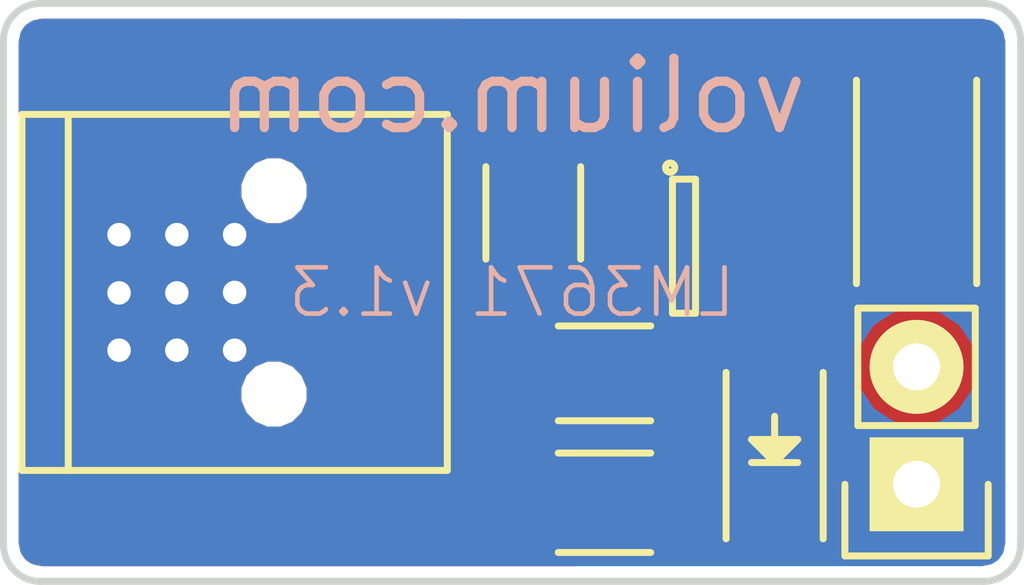
<source format=kicad_pcb>
(kicad_pcb (version 4) (host pcbnew 4.0.3-stable)

  (general
    (links 18)
    (no_connects 0)
    (area 49.924999 149.924999 72.075001 162.575001)
    (thickness 1.6)
    (drawings 10)
    (tracks 62)
    (zones 0)
    (modules 8)
    (nets 6)
  )

  (page A4)
  (layers
    (0 F.Cu signal)
    (31 B.Cu signal)
    (34 B.Paste user)
    (35 F.Paste user)
    (36 B.SilkS user)
    (37 F.SilkS user)
    (38 B.Mask user)
    (39 F.Mask user)
    (44 Edge.Cuts user)
  )

  (setup
    (last_trace_width 0.1524)
    (trace_clearance 0.1524)
    (zone_clearance 0.254)
    (zone_45_only no)
    (trace_min 0.1524)
    (segment_width 0.2)
    (edge_width 0.15)
    (via_size 0.6858)
    (via_drill 0.3302)
    (via_min_size 0.6858)
    (via_min_drill 0.3302)
    (uvia_size 0.762)
    (uvia_drill 0.508)
    (uvias_allowed no)
    (uvia_min_size 0)
    (uvia_min_drill 0)
    (pcb_text_width 0.3)
    (pcb_text_size 1.5 1.5)
    (mod_edge_width 0.15)
    (mod_text_size 1 1)
    (mod_text_width 0.15)
    (pad_size 0.9 0.9)
    (pad_drill 0.9)
    (pad_to_mask_clearance 0.2)
    (aux_axis_origin 73.205 144.735)
    (visible_elements 7FFCFFFF)
    (pcbplotparams
      (layerselection 0x010f0_80000001)
      (usegerberextensions true)
      (excludeedgelayer true)
      (linewidth 0.100000)
      (plotframeref false)
      (viasonmask false)
      (mode 1)
      (useauxorigin false)
      (hpglpennumber 1)
      (hpglpenspeed 20)
      (hpglpendiameter 15)
      (hpglpenoverlay 2)
      (psnegative false)
      (psa4output false)
      (plotreference true)
      (plotvalue false)
      (plotinvisibletext false)
      (padsonsilk false)
      (subtractmaskfromsilk true)
      (outputformat 1)
      (mirror false)
      (drillshape 0)
      (scaleselection 1)
      (outputdirectory gerbers))
  )

  (net 0 "")
  (net 1 VCC)
  (net 2 GND)
  (net 3 +3V3)
  (net 4 "Net-(L1-Pad1)")
  (net 5 "Net-(D1-Pad1)")

  (net_class Default "This is the default net class."
    (clearance 0.1524)
    (trace_width 0.1524)
    (via_dia 0.6858)
    (via_drill 0.3302)
    (uvia_dia 0.762)
    (uvia_drill 0.508)
    (add_net "Net-(D1-Pad1)")
    (add_net "Net-(L1-Pad1)")
  )

  (net_class Power ""
    (clearance 0.254)
    (trace_width 0.254)
    (via_dia 0.889)
    (via_drill 0.508)
    (uvia_dia 0.762)
    (uvia_drill 0.508)
    (add_net +3V3)
    (add_net GND)
    (add_net VCC)
  )

  (module Connect:USB_Mini-B locked (layer F.Cu) (tedit 57F272A4) (tstamp 57CEA904)
    (at 55 156.25)
    (descr "USB Mini-B 5-pin SMD connector")
    (tags "USB USB_B USB_Mini connector")
    (path /57CE1E31)
    (attr smd)
    (fp_text reference P1 (at -1.07 2.2) (layer F.SilkS) hide
      (effects (font (size 0.7 0.7) (thickness 0.15)))
    )
    (fp_text value USB_OTG (at 0 -7.0993) (layer F.Fab) hide
      (effects (font (size 1 1) (thickness 0.15)))
    )
    (fp_line (start -4.85 -5.7) (end 4.85 -5.7) (layer F.CrtYd) (width 0.05))
    (fp_line (start 4.85 -5.7) (end 4.85 5.7) (layer F.CrtYd) (width 0.05))
    (fp_line (start 4.85 5.7) (end -4.85 5.7) (layer F.CrtYd) (width 0.05))
    (fp_line (start -4.85 5.7) (end -4.85 -5.7) (layer F.CrtYd) (width 0.05))
    (fp_line (start -3.59918 -3.85064) (end -3.59918 3.85064) (layer F.SilkS) (width 0.15))
    (fp_line (start -4.59994 -3.85064) (end -4.59994 3.85064) (layer F.SilkS) (width 0.15))
    (fp_line (start -4.59994 3.85064) (end 4.59994 3.85064) (layer F.SilkS) (width 0.15))
    (fp_line (start 4.59994 3.85064) (end 4.59994 -3.85064) (layer F.SilkS) (width 0.15))
    (fp_line (start 4.59994 -3.85064) (end -4.59994 -3.85064) (layer F.SilkS) (width 0.15))
    (pad 1 smd rect (at 3.44932 -1.6002) (size 2.30124 0.50038) (layers F.Cu F.Paste F.Mask)
      (net 1 VCC))
    (pad 2 smd rect (at 3.44932 -0.8001) (size 2.30124 0.50038) (layers F.Cu F.Paste F.Mask))
    (pad 3 smd rect (at 3.44932 0) (size 2.30124 0.50038) (layers F.Cu F.Paste F.Mask))
    (pad 4 smd rect (at 3.44932 0.8001) (size 2.30124 0.50038) (layers F.Cu F.Paste F.Mask))
    (pad 5 smd rect (at 3.44932 1.6002) (size 2.30124 0.50038) (layers F.Cu F.Paste F.Mask)
      (net 2 GND))
    (pad 6 smd rect (at 3.35026 -4.45008) (size 2.49936 1.99898) (layers F.Cu F.Paste F.Mask)
      (net 2 GND))
    (pad 6 smd rect (at -2.14884 -4.45008) (size 2.49936 1.99898) (layers F.Cu F.Paste F.Mask)
      (net 2 GND))
    (pad 6 smd rect (at 3.35026 4.45008) (size 2.49936 1.99898) (layers F.Cu F.Paste F.Mask)
      (net 2 GND))
    (pad 6 smd rect (at -2.14884 4.45008) (size 2.49936 1.99898) (layers F.Cu F.Paste F.Mask)
      (net 2 GND))
    (pad "" np_thru_hole circle (at 0.8509 -2.19964) (size 0.89916 0.89916) (drill 0.89916) (layers *.Cu *.Mask F.SilkS))
    (pad "" np_thru_hole circle (at 0.8509 2.19964) (size 0.89916 0.89916) (drill 0.89916) (layers *.Cu *.Mask F.SilkS))
  )

  (module TO_SOT_Packages_SMD:SOT-23-5 (layer F.Cu) (tedit 57F27284) (tstamp 57CEA90D)
    (at 64.72 155.25)
    (descr "5-pin SOT23 package")
    (tags SOT-23-5)
    (path /57CE1DA6)
    (attr smd)
    (fp_text reference U1 (at -0.13 -2.82) (layer F.SilkS) hide
      (effects (font (size 0.7 0.7) (thickness 0.15)))
    )
    (fp_text value LM3671MF-3.3 (at 2 -7.1) (layer F.Fab) hide
      (effects (font (size 1 1) (thickness 0.15)))
    )
    (fp_line (start -1.8 -1.6) (end 1.8 -1.6) (layer F.CrtYd) (width 0.05))
    (fp_line (start 1.8 -1.6) (end 1.8 1.6) (layer F.CrtYd) (width 0.05))
    (fp_line (start 1.8 1.6) (end -1.8 1.6) (layer F.CrtYd) (width 0.05))
    (fp_line (start -1.8 1.6) (end -1.8 -1.6) (layer F.CrtYd) (width 0.05))
    (fp_circle (center -0.3 -1.7) (end -0.2 -1.7) (layer F.SilkS) (width 0.15))
    (fp_line (start 0.25 -1.45) (end -0.25 -1.45) (layer F.SilkS) (width 0.15))
    (fp_line (start 0.25 1.45) (end 0.25 -1.45) (layer F.SilkS) (width 0.15))
    (fp_line (start -0.25 1.45) (end 0.25 1.45) (layer F.SilkS) (width 0.15))
    (fp_line (start -0.25 -1.45) (end -0.25 1.45) (layer F.SilkS) (width 0.15))
    (pad 1 smd rect (at -1.1 -0.95) (size 1.06 0.65) (layers F.Cu F.Paste F.Mask)
      (net 1 VCC))
    (pad 2 smd rect (at -1.1 0) (size 1.06 0.65) (layers F.Cu F.Paste F.Mask)
      (net 2 GND))
    (pad 3 smd rect (at -1.1 0.95) (size 1.06 0.65) (layers F.Cu F.Paste F.Mask)
      (net 1 VCC))
    (pad 4 smd rect (at 1.1 0.95) (size 1.06 0.65) (layers F.Cu F.Paste F.Mask)
      (net 3 +3V3))
    (pad 5 smd rect (at 1.1 -0.95) (size 1.06 0.65) (layers F.Cu F.Paste F.Mask)
      (net 4 "Net-(L1-Pad1)"))
    (model TO_SOT_Packages_SMD.3dshapes/SOT-23-5.wrl
      (at (xyz 0 0 0))
      (scale (xyz 1 1 1))
      (rotate (xyz 0 0 0))
    )
  )

  (module LEDs:LED_1206 (layer F.Cu) (tedit 57F2698A) (tstamp 57DDBFE7)
    (at 66.68 159.43 90)
    (descr "LED 1206 smd package")
    (tags "LED1206 SMD")
    (path /57DDBAF3)
    (attr smd)
    (fp_text reference D1 (at 1.45 0 180) (layer F.SilkS) hide
      (effects (font (size 0.7 0.7) (thickness 0.15)))
    )
    (fp_text value LED (at 0 2 90) (layer F.Fab)
      (effects (font (size 1 1) (thickness 0.15)))
    )
    (fp_line (start -0.5 -0.5) (end -0.5 0.5) (layer F.Fab) (width 0.15))
    (fp_line (start -0.5 0) (end 0 -0.5) (layer F.Fab) (width 0.15))
    (fp_line (start 0 0.5) (end -0.5 0) (layer F.Fab) (width 0.15))
    (fp_line (start 0 -0.5) (end 0 0.5) (layer F.Fab) (width 0.15))
    (fp_line (start -1.6 0.8) (end -1.6 -0.8) (layer F.Fab) (width 0.15))
    (fp_line (start 1.6 0.8) (end -1.6 0.8) (layer F.Fab) (width 0.15))
    (fp_line (start 1.6 -0.8) (end 1.6 0.8) (layer F.Fab) (width 0.15))
    (fp_line (start -1.6 -0.8) (end 1.6 -0.8) (layer F.Fab) (width 0.15))
    (fp_line (start -2.15 1.05) (end 1.45 1.05) (layer F.SilkS) (width 0.15))
    (fp_line (start -2.15 -1.05) (end 1.45 -1.05) (layer F.SilkS) (width 0.15))
    (fp_line (start -0.1 -0.3) (end -0.1 0.3) (layer F.SilkS) (width 0.15))
    (fp_line (start -0.1 0.3) (end -0.4 0) (layer F.SilkS) (width 0.15))
    (fp_line (start -0.4 0) (end -0.2 -0.2) (layer F.SilkS) (width 0.15))
    (fp_line (start -0.2 -0.2) (end -0.2 0.05) (layer F.SilkS) (width 0.15))
    (fp_line (start -0.2 0.05) (end -0.25 0) (layer F.SilkS) (width 0.15))
    (fp_line (start -0.5 -0.5) (end -0.5 0.5) (layer F.SilkS) (width 0.15))
    (fp_line (start 0 0) (end 0.5 0) (layer F.SilkS) (width 0.15))
    (fp_line (start -0.5 0) (end 0 -0.5) (layer F.SilkS) (width 0.15))
    (fp_line (start 0 -0.5) (end 0 0.5) (layer F.SilkS) (width 0.15))
    (fp_line (start 0 0.5) (end -0.5 0) (layer F.SilkS) (width 0.15))
    (fp_line (start 2.5 -1.25) (end -2.5 -1.25) (layer F.CrtYd) (width 0.05))
    (fp_line (start -2.5 -1.25) (end -2.5 1.25) (layer F.CrtYd) (width 0.05))
    (fp_line (start -2.5 1.25) (end 2.5 1.25) (layer F.CrtYd) (width 0.05))
    (fp_line (start 2.5 1.25) (end 2.5 -1.25) (layer F.CrtYd) (width 0.05))
    (pad 2 smd rect (at 1.41986 0 270) (size 1.59766 1.80086) (layers F.Cu F.Paste F.Mask)
      (net 3 +3V3))
    (pad 1 smd rect (at -1.41986 0 270) (size 1.59766 1.80086) (layers F.Cu F.Paste F.Mask)
      (net 5 "Net-(D1-Pad1)"))
    (model LEDs.3dshapes/LED_1206.wrl
      (at (xyz 0 0 0))
      (scale (xyz 1 1 1))
      (rotate (xyz 0 0 180))
    )
  )

  (module Capacitors_SMD:C_1206 (layer F.Cu) (tedit 57F2727B) (tstamp 57F24474)
    (at 61.46 154.53 270)
    (descr "Capacitor SMD 1206, reflow soldering, AVX (see smccp.pdf)")
    (tags "capacitor 1206")
    (path /57CE1EC6)
    (attr smd)
    (fp_text reference C1 (at -3.14 -0.02 360) (layer F.SilkS) hide
      (effects (font (size 1 1) (thickness 0.15)))
    )
    (fp_text value 10uF (at 0 2.3 270) (layer F.Fab)
      (effects (font (size 1 1) (thickness 0.15)))
    )
    (fp_line (start -1.6 0.8) (end -1.6 -0.8) (layer F.Fab) (width 0.15))
    (fp_line (start 1.6 0.8) (end -1.6 0.8) (layer F.Fab) (width 0.15))
    (fp_line (start 1.6 -0.8) (end 1.6 0.8) (layer F.Fab) (width 0.15))
    (fp_line (start -1.6 -0.8) (end 1.6 -0.8) (layer F.Fab) (width 0.15))
    (fp_line (start -2.3 -1.15) (end 2.3 -1.15) (layer F.CrtYd) (width 0.05))
    (fp_line (start -2.3 1.15) (end 2.3 1.15) (layer F.CrtYd) (width 0.05))
    (fp_line (start -2.3 -1.15) (end -2.3 1.15) (layer F.CrtYd) (width 0.05))
    (fp_line (start 2.3 -1.15) (end 2.3 1.15) (layer F.CrtYd) (width 0.05))
    (fp_line (start 1 -1.025) (end -1 -1.025) (layer F.SilkS) (width 0.15))
    (fp_line (start -1 1.025) (end 1 1.025) (layer F.SilkS) (width 0.15))
    (pad 1 smd rect (at -1.5 0 270) (size 1 1.6) (layers F.Cu F.Paste F.Mask)
      (net 1 VCC))
    (pad 2 smd rect (at 1.5 0 270) (size 1 1.6) (layers F.Cu F.Paste F.Mask)
      (net 2 GND))
    (model Capacitors_SMD.3dshapes/C_1206.wrl
      (at (xyz 0 0 0))
      (scale (xyz 1 1 1))
      (rotate (xyz 0 0 0))
    )
  )

  (module Capacitors_SMD:C_1206 locked (layer F.Cu) (tedit 57F27265) (tstamp 57F24479)
    (at 63 158 180)
    (descr "Capacitor SMD 1206, reflow soldering, AVX (see smccp.pdf)")
    (tags "capacitor 1206")
    (path /57CE1F50)
    (attr smd)
    (fp_text reference C2 (at 0 0 270) (layer F.SilkS) hide
      (effects (font (size 1 1) (thickness 0.15)))
    )
    (fp_text value 10uF (at 0 2.3 180) (layer F.Fab)
      (effects (font (size 1 1) (thickness 0.15)))
    )
    (fp_line (start -1.6 0.8) (end -1.6 -0.8) (layer F.Fab) (width 0.15))
    (fp_line (start 1.6 0.8) (end -1.6 0.8) (layer F.Fab) (width 0.15))
    (fp_line (start 1.6 -0.8) (end 1.6 0.8) (layer F.Fab) (width 0.15))
    (fp_line (start -1.6 -0.8) (end 1.6 -0.8) (layer F.Fab) (width 0.15))
    (fp_line (start -2.3 -1.15) (end 2.3 -1.15) (layer F.CrtYd) (width 0.05))
    (fp_line (start -2.3 1.15) (end 2.3 1.15) (layer F.CrtYd) (width 0.05))
    (fp_line (start -2.3 -1.15) (end -2.3 1.15) (layer F.CrtYd) (width 0.05))
    (fp_line (start 2.3 -1.15) (end 2.3 1.15) (layer F.CrtYd) (width 0.05))
    (fp_line (start 1 -1.025) (end -1 -1.025) (layer F.SilkS) (width 0.15))
    (fp_line (start -1 1.025) (end 1 1.025) (layer F.SilkS) (width 0.15))
    (pad 1 smd rect (at -1.5 0 180) (size 1 1.6) (layers F.Cu F.Paste F.Mask)
      (net 3 +3V3))
    (pad 2 smd rect (at 1.5 0 180) (size 1 1.6) (layers F.Cu F.Paste F.Mask)
      (net 2 GND))
    (model Capacitors_SMD.3dshapes/C_1206.wrl
      (at (xyz 0 0 0))
      (scale (xyz 1 1 1))
      (rotate (xyz 0 0 0))
    )
  )

  (module Resistors_SMD:R_1206 locked (layer F.Cu) (tedit 57F2726D) (tstamp 57F2447E)
    (at 63 160.8 180)
    (descr "Resistor SMD 1206, reflow soldering, Vishay (see dcrcw.pdf)")
    (tags "resistor 1206")
    (path /57DDC073)
    (attr smd)
    (fp_text reference R1 (at 0 0 270) (layer F.SilkS) hide
      (effects (font (size 1 1) (thickness 0.15)))
    )
    (fp_text value R (at 0 2.3 180) (layer F.Fab)
      (effects (font (size 1 1) (thickness 0.15)))
    )
    (fp_line (start -2.2 -1.2) (end 2.2 -1.2) (layer F.CrtYd) (width 0.05))
    (fp_line (start -2.2 1.2) (end 2.2 1.2) (layer F.CrtYd) (width 0.05))
    (fp_line (start -2.2 -1.2) (end -2.2 1.2) (layer F.CrtYd) (width 0.05))
    (fp_line (start 2.2 -1.2) (end 2.2 1.2) (layer F.CrtYd) (width 0.05))
    (fp_line (start 1 1.075) (end -1 1.075) (layer F.SilkS) (width 0.15))
    (fp_line (start -1 -1.075) (end 1 -1.075) (layer F.SilkS) (width 0.15))
    (pad 1 smd rect (at -1.45 0 180) (size 0.9 1.7) (layers F.Cu F.Paste F.Mask)
      (net 5 "Net-(D1-Pad1)"))
    (pad 2 smd rect (at 1.45 0 180) (size 0.9 1.7) (layers F.Cu F.Paste F.Mask)
      (net 2 GND))
    (model Resistors_SMD.3dshapes/R_1206.wrl
      (at (xyz 0 0 0))
      (scale (xyz 1 1 1))
      (rotate (xyz 0 0 0))
    )
  )

  (module Pin_Headers:Pin_Header_Straight_1x02 (layer F.Cu) (tedit 57F272AD) (tstamp 57F245B6)
    (at 69.75 160.4 180)
    (descr "Through hole pin header")
    (tags "pin header")
    (path /57CEAA43)
    (fp_text reference P2 (at 2 3.8 270) (layer F.SilkS) hide
      (effects (font (size 1 1) (thickness 0.15)))
    )
    (fp_text value CONN_01X03 (at 0 -3.1 180) (layer F.Fab)
      (effects (font (size 1 1) (thickness 0.15)))
    )
    (fp_line (start 1.27 1.27) (end 1.27 3.81) (layer F.SilkS) (width 0.15))
    (fp_line (start 1.55 -1.55) (end 1.55 0) (layer F.SilkS) (width 0.15))
    (fp_line (start -1.75 -1.75) (end -1.75 4.3) (layer F.CrtYd) (width 0.05))
    (fp_line (start 1.75 -1.75) (end 1.75 4.3) (layer F.CrtYd) (width 0.05))
    (fp_line (start -1.75 -1.75) (end 1.75 -1.75) (layer F.CrtYd) (width 0.05))
    (fp_line (start -1.75 4.3) (end 1.75 4.3) (layer F.CrtYd) (width 0.05))
    (fp_line (start 1.27 1.27) (end -1.27 1.27) (layer F.SilkS) (width 0.15))
    (fp_line (start -1.55 0) (end -1.55 -1.55) (layer F.SilkS) (width 0.15))
    (fp_line (start -1.55 -1.55) (end 1.55 -1.55) (layer F.SilkS) (width 0.15))
    (fp_line (start -1.27 1.27) (end -1.27 3.81) (layer F.SilkS) (width 0.15))
    (fp_line (start -1.27 3.81) (end 1.27 3.81) (layer F.SilkS) (width 0.15))
    (pad 1 thru_hole rect (at 0 0 180) (size 2.032 2.032) (drill 1.016) (layers *.Cu *.Mask F.SilkS)
      (net 2 GND))
    (pad 2 thru_hole oval (at 0 2.54 180) (size 2.032 2.032) (drill 1.016) (layers *.Cu *.Mask F.SilkS)
      (net 3 +3V3))
    (model Pin_Headers.3dshapes/Pin_Header_Straight_1x02.wrl
      (at (xyz 0 -0.05 0))
      (scale (xyz 1 1 1))
      (rotate (xyz 0 0 90))
    )
  )

  (module Inductors:Inductor_Taiyo-Yuden_NR-24xx_HandSoldering (layer F.Cu) (tedit 57F2728F) (tstamp 57F256EC)
    (at 69.75 153.86 270)
    (descr "Inductor, Taiyo Yuden, NR series, Taiyo-Yuden_NR-24xx, 2.4mmx2.4mm")
    (tags "inductor taiyo-yuden nr smd")
    (path /57CE209E)
    (attr smd)
    (fp_text reference L1 (at -2.99 0.01 360) (layer F.SilkS) hide
      (effects (font (size 1 1) (thickness 0.15)))
    )
    (fp_text value 2.2uH (at 0 2.7 270) (layer F.Fab)
      (effects (font (size 1 1) (thickness 0.15)))
    )
    (fp_line (start -1.2 0) (end -1.2 -0.725) (layer F.Fab) (width 0.15))
    (fp_line (start -1.2 -0.725) (end -0.725 -1.2) (layer F.Fab) (width 0.15))
    (fp_line (start -0.725 -1.2) (end 0 -1.2) (layer F.Fab) (width 0.15))
    (fp_line (start 1.2 0) (end 1.2 -0.725) (layer F.Fab) (width 0.15))
    (fp_line (start 1.2 -0.725) (end 0.725 -1.2) (layer F.Fab) (width 0.15))
    (fp_line (start 0.725 -1.2) (end 0 -1.2) (layer F.Fab) (width 0.15))
    (fp_line (start 1.2 0) (end 1.2 0.725) (layer F.Fab) (width 0.15))
    (fp_line (start 1.2 0.725) (end 0.725 1.2) (layer F.Fab) (width 0.15))
    (fp_line (start 0.725 1.2) (end 0 1.2) (layer F.Fab) (width 0.15))
    (fp_line (start -1.2 0) (end -1.2 0.725) (layer F.Fab) (width 0.15))
    (fp_line (start -1.2 0.725) (end -0.725 1.2) (layer F.Fab) (width 0.15))
    (fp_line (start -0.725 1.2) (end 0 1.2) (layer F.Fab) (width 0.15))
    (fp_line (start -2.2 -1.3) (end 2.2 -1.3) (layer F.SilkS) (width 0.15))
    (fp_line (start -2.2 1.3) (end 2.2 1.3) (layer F.SilkS) (width 0.15))
    (fp_line (start -2.5 -1.5) (end -2.5 1.5) (layer F.CrtYd) (width 0.05))
    (fp_line (start -2.5 1.5) (end 2.5 1.5) (layer F.CrtYd) (width 0.05))
    (fp_line (start 2.5 1.5) (end 2.5 -1.5) (layer F.CrtYd) (width 0.05))
    (fp_line (start 2.5 -1.5) (end -2.5 -1.5) (layer F.CrtYd) (width 0.05))
    (pad 1 smd rect (at -1.2875 0 270) (size 1.825 2.2) (layers F.Cu F.Paste F.Mask)
      (net 4 "Net-(L1-Pad1)"))
    (pad 2 smd rect (at 1.2875 0 270) (size 1.825 2.2) (layers F.Cu F.Paste F.Mask)
      (net 3 +3V3))
    (model Inductors.3dshapes/Inductor_Taiyo-Yuden_NR-24xx.wrl
      (at (xyz 0 0 0))
      (scale (xyz 1 1 1))
      (rotate (xyz 0 0 0))
    )
  )

  (gr_text volium.com (at 61 152) (layer B.SilkS)
    (effects (font (size 1.5 1.5) (thickness 0.2)) (justify mirror))
  )
  (gr_text "LM3671 v1.3\n" (at 61 156.25) (layer B.SilkS)
    (effects (font (size 1 1) (thickness 0.1)) (justify mirror))
  )
  (gr_line (start 72 161.7) (end 72 150.8) (angle 90) (layer Edge.Cuts) (width 0.15))
  (gr_line (start 71.2 162.5) (end 50.8 162.5) (angle 90) (layer Edge.Cuts) (width 0.15))
  (gr_line (start 50 161.7) (end 50 150.8) (angle 90) (layer Edge.Cuts) (width 0.15))
  (gr_line (start 71.2 150) (end 50.8 150) (angle 90) (layer Edge.Cuts) (width 0.15))
  (gr_arc (start 50.8 161.7) (end 50.8 162.5) (angle 90) (layer Edge.Cuts) (width 0.15))
  (gr_arc (start 71.2 150.8) (end 71.2 150) (angle 90) (layer Edge.Cuts) (width 0.15))
  (gr_arc (start 50.8 150.8) (end 50 150.8) (angle 90) (layer Edge.Cuts) (width 0.15))
  (gr_arc (start 71.2 161.7) (end 72 161.7) (angle 90) (layer Edge.Cuts) (width 0.15))

  (segment (start 64.54 155.87) (end 64.21 156.2) (width 0.254) (layer F.Cu) (net 1))
  (segment (start 64.21 156.2) (end 63.62 156.2) (width 0.254) (layer F.Cu) (net 1) (tstamp 57F26B19))
  (segment (start 63.62 154.3) (end 64.22 154.3) (width 0.254) (layer F.Cu) (net 1))
  (segment (start 64.54 154.62) (end 64.54 155.87) (width 0.254) (layer F.Cu) (net 1) (tstamp 57F26B14))
  (segment (start 64.54 155.87) (end 64.54 155.88) (width 0.254) (layer F.Cu) (net 1) (tstamp 57F26B17))
  (segment (start 64.22 154.3) (end 64.54 154.62) (width 0.254) (layer F.Cu) (net 1) (tstamp 57F26B13))
  (segment (start 63.62 154.3) (end 61.89 154.3) (width 0.254) (layer F.Cu) (net 1))
  (segment (start 61.89 154.3) (end 61.46 153.87) (width 0.254) (layer F.Cu) (net 1) (tstamp 57F26AE8))
  (segment (start 58.44932 154.6498) (end 60.6802 154.6498) (width 0.254) (layer F.Cu) (net 1))
  (segment (start 61.46 153.87) (end 61.46 153.03) (width 0.254) (layer F.Cu) (net 1) (tstamp 57F26AE5))
  (segment (start 60.6802 154.6498) (end 61.46 153.87) (width 0.254) (layer F.Cu) (net 1) (tstamp 57F26AE4))
  (segment (start 69.75 160.4) (end 55.4 160.4) (width 0.254) (layer B.Cu) (net 2) (status 400000))
  (via (at 52.5 157.5) (size 0.889) (drill 0.508) (layers F.Cu B.Cu) (net 2))
  (segment (start 53.75 157.5) (end 55 157.5) (width 0.254) (layer F.Cu) (net 2))
  (via (at 55 157.5) (size 0.889) (drill 0.508) (layers F.Cu B.Cu) (net 2))
  (segment (start 55 157.5) (end 55 156.25) (width 0.254) (layer F.Cu) (net 2))
  (via (at 53.75 157.5) (size 0.889) (drill 0.508) (layers F.Cu B.Cu) (net 2))
  (segment (start 52.5 157.5) (end 53.75 157.5) (width 0.254) (layer F.Cu) (net 2))
  (via (at 55 156.25) (size 0.889) (drill 0.508) (layers F.Cu B.Cu) (net 2))
  (segment (start 55.4 160.4) (end 52.5 157.5) (width 0.254) (layer B.Cu) (net 2) (tstamp 57F2A339))
  (segment (start 52.5 156.26) (end 53.75 156.26) (width 0.254) (layer F.Cu) (net 2))
  (segment (start 54.99 156.26) (end 53.75 156.26) (width 0.254) (layer F.Cu) (net 2) (tstamp 57F2A170))
  (via (at 53.75 156.26) (size 0.889) (drill 0.508) (layers F.Cu B.Cu) (net 2))
  (segment (start 54.99 156.26) (end 55 156.25) (width 0.254) (layer F.Cu) (net 2))
  (via (at 52.5 156.26) (size 0.889) (drill 0.508) (layers F.Cu B.Cu) (net 2))
  (segment (start 52.5 155) (end 53.75 155) (width 0.254) (layer F.Cu) (net 2))
  (via (at 53.75 155) (size 0.889) (drill 0.508) (layers F.Cu B.Cu) (net 2))
  (segment (start 55 155) (end 55 156.25) (width 0.254) (layer F.Cu) (net 2))
  (via (at 55 155) (size 0.889) (drill 0.508) (layers F.Cu B.Cu) (net 2))
  (segment (start 53.75 155) (end 55 155) (width 0.254) (layer F.Cu) (net 2))
  (via (at 52.5 155) (size 0.889) (drill 0.508) (layers F.Cu B.Cu) (net 2))
  (segment (start 55 156.25) (end 51.4 156.25) (width 0.254) (layer F.Cu) (net 2))
  (segment (start 52.85116 151.79992) (end 51.4 153.25108) (width 0.254) (layer F.Cu) (net 2))
  (segment (start 51.4 159.24892) (end 52.85116 160.70008) (width 0.254) (layer F.Cu) (net 2) (tstamp 57F29FCC))
  (segment (start 51.4 153.25108) (end 51.4 156.25) (width 0.254) (layer F.Cu) (net 2) (tstamp 57F29FA8))
  (segment (start 51.4 156.25) (end 51.4 159.24892) (width 0.254) (layer F.Cu) (net 2) (tstamp 57F2A02D))
  (segment (start 61.5 158) (end 61.5 156.07) (width 0.254) (layer F.Cu) (net 2))
  (segment (start 61.5 156.07) (end 61.46 156.03) (width 0.254) (layer F.Cu) (net 2) (tstamp 57F26D81))
  (segment (start 61.55 160.8) (end 61.55 158.05) (width 0.254) (layer F.Cu) (net 2))
  (segment (start 61.55 158.05) (end 61.5 158) (width 0.254) (layer F.Cu) (net 2) (tstamp 57F26D7E))
  (segment (start 61.55 160.8) (end 61.45008 160.70008) (width 0.254) (layer F.Cu) (net 2))
  (segment (start 61.45008 160.70008) (end 58.35026 160.70008) (width 0.254) (layer F.Cu) (net 2) (tstamp 57F26B38))
  (segment (start 58.35026 160.70008) (end 58.44932 160.60102) (width 0.254) (layer F.Cu) (net 2))
  (segment (start 58.44932 160.60102) (end 58.44932 157.8502) (width 0.254) (layer F.Cu) (net 2) (tstamp 57F26B34))
  (segment (start 58.35026 160.70008) (end 52.85116 160.70008) (width 0.254) (layer F.Cu) (net 2))
  (segment (start 52.85116 151.79992) (end 58.35026 151.79992) (width 0.254) (layer F.Cu) (net 2))
  (segment (start 63.62 155.25) (end 62.97 155.25) (width 0.254) (layer F.Cu) (net 2))
  (segment (start 62.97 155.25) (end 62.19 156.03) (width 0.254) (layer F.Cu) (net 2) (tstamp 57F26AEB))
  (segment (start 62.19 156.03) (end 61.46 156.03) (width 0.254) (layer F.Cu) (net 2) (tstamp 57F26AEC))
  (segment (start 69.75 155.1475) (end 69.75 157.86) (width 0.254) (layer F.Cu) (net 3))
  (segment (start 65.82 156.2) (end 65.38 156.2) (width 0.254) (layer F.Cu) (net 3))
  (segment (start 65.38 156.2) (end 64.5 157.08) (width 0.254) (layer F.Cu) (net 3) (tstamp 57F26BEE))
  (segment (start 64.5 157.08) (end 64.5 158) (width 0.254) (layer F.Cu) (net 3) (tstamp 57F26BFE))
  (segment (start 66.68 158.01014) (end 69.59986 158.01014) (width 0.254) (layer F.Cu) (net 3))
  (segment (start 69.59986 158.01014) (end 69.75 157.86) (width 0.254) (layer F.Cu) (net 3) (tstamp 57F26BCB))
  (segment (start 64.5 158) (end 66.66986 158) (width 0.254) (layer F.Cu) (net 3))
  (segment (start 66.66986 158) (end 66.68 158.01014) (width 0.254) (layer F.Cu) (net 3) (tstamp 57F26B80))
  (segment (start 65.82 154.3) (end 65.82 153.605) (width 0.1524) (layer F.Cu) (net 4))
  (segment (start 65.82 153.605) (end 66.8525 152.5725) (width 0.1524) (layer F.Cu) (net 4) (tstamp 57F26EC2))
  (segment (start 66.8525 152.5725) (end 69.75 152.5725) (width 0.1524) (layer F.Cu) (net 4) (tstamp 57F26EC5))
  (segment (start 66.68 160.84986) (end 64.49986 160.84986) (width 0.1524) (layer F.Cu) (net 5))
  (segment (start 64.49986 160.84986) (end 64.45 160.8) (width 0.1524) (layer F.Cu) (net 5) (tstamp 57F26B7D))

  (zone (net 1) (net_name VCC) (layer F.Cu) (tstamp 57F26C2B) (hatch edge 0.508)
    (connect_pads yes (clearance 0.254))
    (min_thickness 0.254)
    (fill yes (arc_segments 16) (thermal_gap 0.508) (thermal_bridge_width 0.508))
    (polygon
      (pts
        (xy 57 155) (xy 62.4 155) (xy 63 154.675) (xy 64.2 154.675) (xy 64.2 152.475)
        (xy 60.475 152.475) (xy 60.475 154.2) (xy 57 154.2)
      )
    )
    (filled_polygon
      (pts
        (xy 64.073 154.536536) (xy 63.09 154.536536) (xy 63.029075 154.548) (xy 63 154.548) (xy 62.939512 154.56333)
        (xy 62.367814 154.873) (xy 59.796662 154.873) (xy 59.751074 154.841851) (xy 59.59994 154.811246) (xy 57.2987 154.811246)
        (xy 57.15751 154.837813) (xy 57.127 154.857446) (xy 57.127 154.327) (xy 60.475 154.327) (xy 60.52441 154.316994)
        (xy 60.566035 154.288553) (xy 60.593315 154.246159) (xy 60.602 154.2) (xy 60.602 152.602) (xy 64.073 152.602)
      )
    )
  )
  (zone (net 2) (net_name GND) (layer F.Cu) (tstamp 57F26DA5) (hatch edge 0.508)
    (connect_pads yes (clearance 0.254))
    (min_thickness 0.254)
    (fill yes (arc_segments 16) (thermal_gap 0.508) (thermal_bridge_width 0.508))
    (polygon
      (pts
        (xy 62.5 155.5) (xy 62.5 162.5) (xy 50 162.5) (xy 50 150) (xy 60 150)
        (xy 60 153.5) (xy 56.5 153.5) (xy 56.5 157.5) (xy 60 157.5) (xy 60 155.5)
      )
    )
    (filled_polygon
      (pts
        (xy 59.873 153.373) (xy 56.5 153.373) (xy 56.45059 153.383006) (xy 56.408965 153.411447) (xy 56.400236 153.425012)
        (xy 56.322 153.346639) (xy 56.016837 153.219925) (xy 55.686412 153.219636) (xy 55.381029 153.345818) (xy 55.147179 153.57926)
        (xy 55.020465 153.884423) (xy 55.020176 154.214848) (xy 55.146358 154.520231) (xy 55.3798 154.754081) (xy 55.684963 154.880795)
        (xy 56.015388 154.881084) (xy 56.320771 154.754902) (xy 56.373 154.702764) (xy 56.373 157.5) (xy 56.383006 157.54941)
        (xy 56.411447 157.591035) (xy 56.453841 157.618315) (xy 56.5 157.627) (xy 57.101978 157.627) (xy 57.147566 157.658149)
        (xy 57.2987 157.688754) (xy 59.59994 157.688754) (xy 59.74113 157.662187) (xy 59.795813 157.627) (xy 60 157.627)
        (xy 60.04941 157.616994) (xy 60.091035 157.588553) (xy 60.118315 157.546159) (xy 60.127 157.5) (xy 60.127 155.627)
        (xy 62.373 155.627) (xy 62.373 162.044) (xy 50.844911 162.044) (xy 50.671777 162.009562) (xy 50.563073 161.936928)
        (xy 50.490438 161.828224) (xy 50.456 161.655089) (xy 50.456 158.614128) (xy 55.020176 158.614128) (xy 55.146358 158.919511)
        (xy 55.3798 159.153361) (xy 55.684963 159.280075) (xy 56.015388 159.280364) (xy 56.320771 159.154182) (xy 56.554621 158.92074)
        (xy 56.681335 158.615577) (xy 56.681624 158.285152) (xy 56.555442 157.979769) (xy 56.322 157.745919) (xy 56.016837 157.619205)
        (xy 55.686412 157.618916) (xy 55.381029 157.745098) (xy 55.147179 157.97854) (xy 55.020465 158.283703) (xy 55.020176 158.614128)
        (xy 50.456 158.614128) (xy 50.456 150.844911) (xy 50.490438 150.671776) (xy 50.563073 150.563072) (xy 50.671777 150.490438)
        (xy 50.844911 150.456) (xy 59.873 150.456)
      )
    )
  )
  (zone (net 3) (net_name +3V3) (layer F.Cu) (tstamp 57F26F10) (hatch edge 0.508)
    (connect_pads yes (clearance 0.254))
    (min_thickness 0.254)
    (fill yes (arc_segments 16) (thermal_gap 0.508) (thermal_bridge_width 0.508))
    (polygon
      (pts
        (xy 65.25 155.8) (xy 68.45 155.8) (xy 68.45 154.125) (xy 71.05 154.125) (xy 71.05 159.125)
        (xy 63.9 159.125) (xy 63.9 157.15)
      )
    )
    (filled_polygon
      (pts
        (xy 70.923 158.998) (xy 70.778168 158.998) (xy 70.766 158.995536) (xy 68.734 158.995536) (xy 68.720905 158.998)
        (xy 64.027 158.998) (xy 64.027 157.202606) (xy 65.302606 155.927) (xy 68.45 155.927) (xy 68.49941 155.916994)
        (xy 68.541035 155.888553) (xy 68.568315 155.846159) (xy 68.577 155.8) (xy 68.577 154.252) (xy 70.923 154.252)
      )
    )
  )
  (zone (net 4) (net_name "Net-(L1-Pad1)") (layer F.Cu) (tstamp 57F270DD) (hatch edge 0.508)
    (connect_pads yes (clearance 0.254))
    (min_thickness 0.254)
    (fill yes (arc_segments 16) (thermal_gap 0.508) (thermal_bridge_width 0.508))
    (polygon
      (pts
        (xy 65.2 154.7) (xy 67.5 154.7) (xy 68.5 153.6) (xy 71.05 153.6) (xy 71.05 151.5)
        (xy 65.2 151.5) (xy 65.2 154.675)
      )
    )
    (filled_polygon
      (pts
        (xy 70.923 153.473) (xy 68.5 153.473) (xy 68.45059 153.483006) (xy 68.406028 153.514571) (xy 67.44382 154.573)
        (xy 65.327 154.573) (xy 65.327 151.627) (xy 70.923 151.627)
      )
    )
  )
  (zone (net 2) (net_name GND) (layer B.Cu) (tstamp 57F29A83) (hatch edge 0.508)
    (connect_pads yes (clearance 0.254))
    (min_thickness 0.254)
    (fill yes (arc_segments 16) (thermal_gap 0.508) (thermal_bridge_width 0.508))
    (polygon
      (pts
        (xy 72 162.5) (xy 50 162.5) (xy 50 150) (xy 72 150)
      )
    )
    (filled_polygon
      (pts
        (xy 71.328224 150.490438) (xy 71.436928 150.563073) (xy 71.509562 150.671777) (xy 71.544 150.844911) (xy 71.544 161.655089)
        (xy 71.509562 161.828223) (xy 71.436928 161.936927) (xy 71.328224 162.009562) (xy 71.155089 162.044) (xy 50.844911 162.044)
        (xy 50.671777 162.009562) (xy 50.563073 161.936928) (xy 50.490438 161.828224) (xy 50.456 161.655089) (xy 50.456 158.614128)
        (xy 55.020176 158.614128) (xy 55.146358 158.919511) (xy 55.3798 159.153361) (xy 55.684963 159.280075) (xy 56.015388 159.280364)
        (xy 56.320771 159.154182) (xy 56.554621 158.92074) (xy 56.681335 158.615577) (xy 56.681624 158.285152) (xy 56.555442 157.979769)
        (xy 56.435882 157.86) (xy 68.325631 157.86) (xy 68.431971 158.394609) (xy 68.734803 158.847828) (xy 69.188022 159.15066)
        (xy 69.722631 159.257) (xy 69.777369 159.257) (xy 70.311978 159.15066) (xy 70.765197 158.847828) (xy 71.068029 158.394609)
        (xy 71.174369 157.86) (xy 71.068029 157.325391) (xy 70.765197 156.872172) (xy 70.311978 156.56934) (xy 69.777369 156.463)
        (xy 69.722631 156.463) (xy 69.188022 156.56934) (xy 68.734803 156.872172) (xy 68.431971 157.325391) (xy 68.325631 157.86)
        (xy 56.435882 157.86) (xy 56.322 157.745919) (xy 56.016837 157.619205) (xy 55.686412 157.618916) (xy 55.381029 157.745098)
        (xy 55.147179 157.97854) (xy 55.020465 158.283703) (xy 55.020176 158.614128) (xy 50.456 158.614128) (xy 50.456 154.214848)
        (xy 55.020176 154.214848) (xy 55.146358 154.520231) (xy 55.3798 154.754081) (xy 55.684963 154.880795) (xy 56.015388 154.881084)
        (xy 56.320771 154.754902) (xy 56.554621 154.52146) (xy 56.681335 154.216297) (xy 56.681624 153.885872) (xy 56.555442 153.580489)
        (xy 56.322 153.346639) (xy 56.016837 153.219925) (xy 55.686412 153.219636) (xy 55.381029 153.345818) (xy 55.147179 153.57926)
        (xy 55.020465 153.884423) (xy 55.020176 154.214848) (xy 50.456 154.214848) (xy 50.456 150.844911) (xy 50.490438 150.671776)
        (xy 50.563073 150.563072) (xy 50.671777 150.490438) (xy 50.844911 150.456) (xy 71.155089 150.456)
      )
    )
  )
)

</source>
